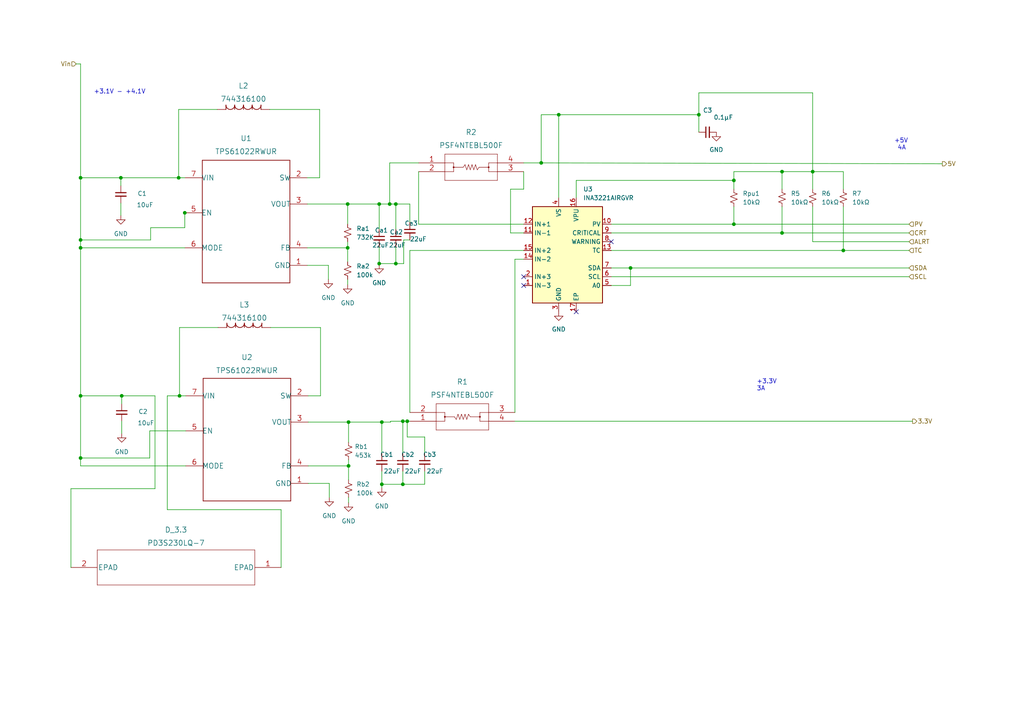
<source format=kicad_sch>
(kicad_sch (version 20211123) (generator eeschema)
  (paper "A4")
  (lib_symbols
    (symbol "2022-01-27_21-36-17:PSF4NTEBL500F" (pin_names (offset 0.254) hide)
      (property "Reference" "R" (at 15.24 7.62 0))
      (property "Value" "PSF4NTEBL500F" (at 15.24 5.08 0))
      (symbol "PSF4NTEBL500F_1_1"
        (polyline (pts (xy 7.62 -5.08) (xy 22.86 -5.08)) (stroke (width 0.127)))
        (polyline (pts (xy 7.62 0) (xy 10.16 0)) (stroke (width 0.127)))
        (polyline (pts (xy 7.62 2.54) (xy 7.62 -5.08)) (stroke (width 0.127)))
        (polyline (pts (xy 10.16 -2.54) (xy 7.62 -2.54)) (stroke (width 0.127)))
        (polyline (pts (xy 10.16 0) (xy 10.16 -2.54)) (stroke (width 0.127)))
        (polyline (pts (xy 12.954 -1.27) (xy 10.16 -1.27)) (stroke (width 0.127)))
        (polyline (pts (xy 12.954 -1.27) (xy 13.462 -0.508)) (stroke (width 0.127)))
        (polyline (pts (xy 13.462 -0.508) (xy 13.97 -2.032)) (stroke (width 0.127)))
        (polyline (pts (xy 13.97 -2.032) (xy 14.478 -0.508)) (stroke (width 0.127)))
        (polyline (pts (xy 14.478 -0.508) (xy 14.986 -2.032)) (stroke (width 0.127)))
        (polyline (pts (xy 14.986 -2.032) (xy 15.494 -0.508)) (stroke (width 0.127)))
        (polyline (pts (xy 15.494 -0.508) (xy 16.002 -2.032)) (stroke (width 0.127)))
        (polyline (pts (xy 16.002 -2.032) (xy 16.51 -0.508)) (stroke (width 0.127)))
        (polyline (pts (xy 16.51 -0.508) (xy 17.018 -2.032)) (stroke (width 0.127)))
        (polyline (pts (xy 17.018 -2.032) (xy 17.526 -1.27)) (stroke (width 0.127)))
        (polyline (pts (xy 20.32 -1.27) (xy 17.526 -1.27)) (stroke (width 0.127)))
        (polyline (pts (xy 20.32 0) (xy 20.32 -2.54)) (stroke (width 0.127)))
        (polyline (pts (xy 22.86 -5.08) (xy 22.86 2.54)) (stroke (width 0.127)))
        (polyline (pts (xy 22.86 -2.54) (xy 20.32 -2.54)) (stroke (width 0.127)))
        (polyline (pts (xy 22.86 0) (xy 20.32 0)) (stroke (width 0.127)))
        (polyline (pts (xy 22.86 2.54) (xy 7.62 2.54)) (stroke (width 0.127)))
        (arc (start 10.16 -1.397) (mid 10.16 -1.143) (end 10.16 -1.397) (stroke (width 0.254)))
        (circle (center 10.16 -1.27) (radius 0.127) (stroke (width 0.254)))
        (arc (start 20.32 -1.397) (mid 20.32 -1.143) (end 20.32 -1.397) (stroke (width 0.254)))
        (circle (center 20.32 -1.27) (radius 0.127) (stroke (width 0.254)))
        (pin unspecified line (at 0 0 0) (length 7.62) (name "1") (number "1"))
        (pin unspecified line (at 0 -2.54 0) (length 7.62) (name "2") (number "2"))
        (pin unspecified line (at 30.48 -2.54 180) (length 7.62) (name "3") (number "3"))
        (pin unspecified line (at 30.48 0 180) (length 7.62) (name "4") (number "4"))
      )
    )
    (symbol "2022-04-19_03-26-40:TPS61022RWUR" (pin_names (offset -0.254))
      (property "Reference" "U" (at 0 2.54 0))
      (property "Value" "TPS61022RWUR" (at 0 0 0))
      (symbol "TPS61022RWUR_1_1"
        (polyline (pts (xy -12.7 -17.78) (xy 12.7 -17.78)) (stroke (width 0.2032)))
        (polyline (pts (xy -12.7 17.78) (xy -12.7 -17.78)) (stroke (width 0.2032)))
        (polyline (pts (xy 12.7 -17.78) (xy 12.7 17.78)) (stroke (width 0.2032)))
        (polyline (pts (xy 12.7 17.78) (xy -12.7 17.78)) (stroke (width 0.2032)))
        (pin power_in line (at 17.78 -12.7 180) (length 5.08) (name "GND") (number "1"))
        (pin power_in line (at 17.78 12.7 180) (length 5.08) (name "SW") (number "2"))
        (pin power_in line (at 17.78 5.08 180) (length 5.08) (name "VOUT") (number "3"))
        (pin input line (at 17.78 -7.62 180) (length 5.08) (name "FB") (number "4"))
        (pin input line (at -17.78 2.54 0) (length 5.08) (name "EN") (number "5"))
        (pin input line (at -17.78 -7.62 0) (length 5.08) (name "MODE") (number "6"))
        (pin power_in line (at -17.78 12.7 0) (length 5.08) (name "VIN") (number "7"))
      )
    )
    (symbol "2022-04-19_03-36-56:744316100" (pin_numbers hide) (pin_names (offset 1.651) hide)
      (property "Reference" "L" (at 6.985 5.08 0))
      (property "Value" "744316100" (at 6.985 -5.715 0))
      (symbol "744316100_1_1"
        (polyline (pts (xy 2.54 0) (xy 2.54 1.27)) (stroke (width 0.2032)))
        (polyline (pts (xy 5.08 0) (xy 5.08 1.27)) (stroke (width 0.2032)))
        (polyline (pts (xy 7.62 0) (xy 7.62 1.27)) (stroke (width 0.2032)))
        (polyline (pts (xy 10.16 0) (xy 10.16 1.27)) (stroke (width 0.2032)))
        (polyline (pts (xy 12.7 0) (xy 12.7 1.27)) (stroke (width 0.2032)))
        (arc (start 2.54 1.27) (mid 3.81 0) (end 5.08 1.27) (stroke (width 0.2032)))
        (arc (start 5.08 1.27) (mid 6.35 0) (end 7.62 1.27) (stroke (width 0.2032)))
        (arc (start 7.62 1.27) (mid 8.89 0) (end 10.16 1.27) (stroke (width 0.2032)))
        (arc (start 10.16 1.27) (mid 11.43 0) (end 12.7 1.27) (stroke (width 0.2032)))
        (pin unspecified line (at 15.24 0 180) (length 2.54) (name "1") (number "1"))
        (pin unspecified line (at 0 0 0) (length 2.54) (name "2") (number "2"))
      )
    )
    (symbol "2022-04-23_02-59-39:PD3S230LQ-7" (pin_names (offset 0.254))
      (property "Reference" "U" (at 30.48 10.16 0))
      (property "Value" "PD3S230LQ-7" (at 30.48 7.62 0))
      (symbol "PD3S230LQ-7_1_1"
        (polyline (pts (xy 7.62 -5.08) (xy 53.34 -5.08)) (stroke (width 0.127)))
        (polyline (pts (xy 7.62 5.08) (xy 7.62 -5.08)) (stroke (width 0.127)))
        (polyline (pts (xy 53.34 -5.08) (xy 53.34 5.08)) (stroke (width 0.127)))
        (polyline (pts (xy 53.34 5.08) (xy 7.62 5.08)) (stroke (width 0.127)))
        (pin unspecified line (at 0 0 0) (length 7.62) (name "EPAD") (number "1"))
        (pin unspecified line (at 60.96 0 180) (length 7.62) (name "EPAD") (number "2"))
      )
    )
    (symbol "Device:C_Small" (pin_numbers hide) (pin_names (offset 0.254) hide)
      (property "Reference" "C" (at 0.254 1.778 0))
      (property "Value" "C_Small" (at 0.254 -2.032 0))
      (symbol "C_Small_0_1"
        (polyline (pts (xy -1.524 -0.508) (xy 1.524 -0.508)) (stroke (width 0.3302)))
        (polyline (pts (xy -1.524 0.508) (xy 1.524 0.508)) (stroke (width 0.3048)))
      )
      (symbol "C_Small_1_1"
        (pin passive line (at 0 2.54 270) (length 2.032) (name "~") (number "1"))
        (pin passive line (at 0 -2.54 90) (length 2.032) (name "~") (number "2"))
      )
    )
    (symbol "Device:R_Small_US" (pin_numbers hide) (pin_names (offset 0.254) hide)
      (property "Reference" "R" (at 0.762 0.508 0))
      (property "Value" "R_Small_US" (at 0.762 -1.016 0))
      (symbol "R_Small_US_1_1"
        (polyline (pts (xy 0 0) (xy 1.016 -0.381) (xy 0 -0.762) (xy -1.016 -1.143) (xy 0 -1.524)))
        (polyline (pts (xy 0 1.524) (xy 1.016 1.143) (xy 0 0.762) (xy -1.016 0.381) (xy 0 0)))
        (pin passive line (at 0 2.54 270) (length 1.016) (name "~") (number "1"))
        (pin passive line (at 0 -2.54 90) (length 1.016) (name "~") (number "2"))
      )
    )
    (symbol "Power_Management:INA3221"
      (property "Reference" "U" (at -10.16 17.78 0))
      (property "Value" "INA3221" (at 5.08 17.78 0))
      (symbol "INA3221_0_1"
        (rectangle (start 10.16 -12.7) (end -10.16 15.24) (stroke (width 0.254)) (fill (type background)))
      )
      (symbol "INA3221_1_1"
        (pin input line (at -12.7 -7.62 0) (length 2.54) (name "IN-3") (number "1"))
        (pin open_collector line (at 12.7 10.16 180) (length 2.54) (name "PV") (number "10"))
        (pin input line (at -12.7 7.62 0) (length 2.54) (name "IN-1") (number "11"))
        (pin input line (at -12.7 10.16 0) (length 2.54) (name "IN+1") (number "12"))
        (pin open_collector line (at 12.7 2.54 180) (length 2.54) (name "TC") (number "13"))
        (pin input line (at -12.7 0 0) (length 2.54) (name "IN-2") (number "14"))
        (pin input line (at -12.7 2.54 0) (length 2.54) (name "IN+2") (number "15"))
        (pin power_in line (at 2.54 17.78 270) (length 2.54) (name "VPU") (number "16"))
        (pin passive line (at 2.54 -15.24 90) (length 2.54) (name "EP") (number "17"))
        (pin input line (at -12.7 -5.08 0) (length 2.54) (name "IN+3") (number "2"))
        (pin power_in line (at -2.54 -15.24 90) (length 2.54) (name "GND") (number "3"))
        (pin power_in line (at -2.54 17.78 270) (length 2.54) (name "VS") (number "4"))
        (pin input line (at 12.7 -7.62 180) (length 2.54) (name "A0") (number "5"))
        (pin input line (at 12.7 -5.08 180) (length 2.54) (name "SCL") (number "6"))
        (pin bidirectional line (at 12.7 -2.54 180) (length 2.54) (name "SDA") (number "7"))
        (pin open_collector line (at 12.7 5.08 180) (length 2.54) (name "WARNING") (number "8"))
        (pin open_collector line (at 12.7 7.62 180) (length 2.54) (name "CRITICAL") (number "9"))
      )
    )
    (symbol "power:GND" (power) (pin_names (offset 0))
      (property "Value" "GND" (at 0 -3.81 0))
      (symbol "GND_0_1"
        (polyline (pts (xy 0 0) (xy 0 -1.27) (xy 1.27 -1.27) (xy 0 -2.54) (xy -1.27 -1.27) (xy 0 -1.27)))
      )
      (symbol "GND_1_1"
        (pin power_in line (at 0 0 270) (length 0) hide (name "GND") (number "1"))
      )
    )
  )
  (junction (at 23.368 69.596))
  (junction (at 116.84 122.174))
  (junction (at 100.838 71.882))
  (junction (at 101.092 122.428))
  (junction (at 110.744 140.462))
  (junction (at 35.052 51.562))
  (junction (at 23.368 51.562))
  (junction (at 51.816 51.562))
  (junction (at 23.368 132.842))
  (junction (at 114.808 59.182))
  (junction (at 52.07 114.808))
  (junction (at 100.838 59.182))
  (junction (at 23.368 71.882))
  (junction (at 162.052 33.274))
  (junction (at 109.982 76.454))
  (junction (at 118.11 122.174))
  (junction (at 202.692 33.274))
  (junction (at 156.972 47.244))
  (junction (at 226.822 67.564))
  (junction (at 113.03 59.182))
  (junction (at 109.982 59.182))
  (junction (at 182.88 77.724))
  (junction (at 53.594 61.722))
  (junction (at 110.744 122.428))
  (junction (at 35.306 114.808))
  (junction (at 114.808 76.454))
  (junction (at 212.852 65.024))
  (junction (at 116.84 140.462))
  (junction (at 23.368 114.808))
  (junction (at 244.602 72.644))
  (junction (at 212.852 52.324))
  (junction (at 101.092 135.128))
  (junction (at 226.822 49.784))
  (junction (at 235.712 49.784))
  (no_connect (at 151.892 82.804))
  (no_connect (at 151.892 80.264))
  (no_connect (at 177.292 70.104))
  (no_connect (at 167.132 90.424))
  (wire (pts (xy 89.408 114.808) (xy 92.964 114.808)))
  (wire (pts (xy 113.284 122.174) (xy 116.84 122.174)))
  (wire (pts (xy 53.594 61.468) (xy 53.594 61.722)))
  (wire (pts (xy 110.744 122.428) (xy 113.284 122.428)))
  (wire (pts (xy 117.094 69.596) (xy 117.094 76.454)))
  (wire (pts (xy 123.19 140.462) (xy 116.84 140.462)))
  (wire (pts (xy 23.368 69.596) (xy 23.368 71.882)))
  (wire (pts (xy 101.092 145.796) (xy 101.092 144.272)))
  (wire (pts (xy 23.368 132.842) (xy 23.368 114.808)))
  (wire (pts (xy 23.368 51.562) (xy 23.368 69.596)))
  (wire (pts (xy 212.852 52.324) (xy 212.852 54.864)))
  (wire (pts (xy 202.692 26.924) (xy 202.692 33.274)))
  (wire (pts (xy 101.092 139.192) (xy 101.092 135.128)))
  (wire (pts (xy 44.958 114.808) (xy 35.306 114.808)))
  (wire (pts (xy 212.852 49.784) (xy 226.822 49.784)))
  (wire (pts (xy 53.594 51.562) (xy 51.816 51.562)))
  (wire (pts (xy 100.838 82.55) (xy 100.838 81.026)))
  (wire (pts (xy 95.504 144.272) (xy 95.504 140.208)))
  (wire (pts (xy 177.292 77.724) (xy 182.88 77.724)))
  (wire (pts (xy 116.84 140.462) (xy 110.744 140.462)))
  (wire (pts (xy 63.246 94.996) (xy 52.07 94.996)))
  (wire (pts (xy 121.412 65.024) (xy 151.892 65.024)))
  (wire (pts (xy 89.154 59.182) (xy 100.838 59.182)))
  (wire (pts (xy 43.434 124.968) (xy 43.434 132.842)))
  (wire (pts (xy 53.594 61.722) (xy 53.594 66.04)))
  (wire (pts (xy 92.964 94.996) (xy 78.486 94.996)))
  (wire (pts (xy 113.284 122.428) (xy 113.284 122.174)))
  (wire (pts (xy 43.434 132.842) (xy 23.368 132.842)))
  (wire (pts (xy 110.744 122.428) (xy 110.744 131.572)))
  (wire (pts (xy 156.972 47.244) (xy 273.304 47.498)))
  (wire (pts (xy 244.602 49.784) (xy 244.602 54.864)))
  (wire (pts (xy 110.744 136.652) (xy 110.744 140.462)))
  (wire (pts (xy 114.808 76.454) (xy 109.982 76.454)))
  (wire (pts (xy 167.132 57.404) (xy 167.132 52.324)))
  (wire (pts (xy 20.574 164.592) (xy 20.574 141.732)))
  (wire (pts (xy 182.88 77.724) (xy 263.652 77.724)))
  (wire (pts (xy 118.872 59.182) (xy 114.808 59.182)))
  (wire (pts (xy 212.852 49.784) (xy 212.852 52.324)))
  (wire (pts (xy 113.03 59.182) (xy 113.03 47.244)))
  (wire (pts (xy 123.19 126.746) (xy 118.11 126.746)))
  (wire (pts (xy 35.052 51.562) (xy 23.368 51.562)))
  (wire (pts (xy 35.306 117.094) (xy 35.306 114.808)))
  (wire (pts (xy 156.972 33.274) (xy 156.972 47.244)))
  (wire (pts (xy 109.982 59.182) (xy 113.03 59.182)))
  (wire (pts (xy 95.25 81.026) (xy 95.25 76.962)))
  (wire (pts (xy 53.848 135.128) (xy 23.368 135.128)))
  (wire (pts (xy 109.982 71.628) (xy 109.982 76.454)))
  (wire (pts (xy 148.082 67.564) (xy 151.892 67.564)))
  (wire (pts (xy 95.25 76.962) (xy 89.154 76.962)))
  (wire (pts (xy 235.712 49.784) (xy 235.712 54.864)))
  (wire (pts (xy 235.712 70.104) (xy 263.652 70.104)))
  (wire (pts (xy 212.852 65.024) (xy 263.652 65.024)))
  (wire (pts (xy 20.574 141.732) (xy 44.958 141.732)))
  (wire (pts (xy 212.852 59.944) (xy 212.852 65.024)))
  (wire (pts (xy 118.872 69.596) (xy 117.094 69.596)))
  (wire (pts (xy 235.712 49.784) (xy 235.712 26.924)))
  (wire (pts (xy 118.872 64.516) (xy 118.872 59.182)))
  (wire (pts (xy 116.84 136.652) (xy 116.84 140.462)))
  (wire (pts (xy 235.712 49.784) (xy 244.602 49.784)))
  (wire (pts (xy 23.368 71.882) (xy 23.368 114.808)))
  (wire (pts (xy 226.822 54.864) (xy 226.822 49.784)))
  (wire (pts (xy 202.692 33.274) (xy 202.692 38.354)))
  (wire (pts (xy 101.092 135.128) (xy 101.092 133.35)))
  (wire (pts (xy 117.094 76.454) (xy 114.808 76.454)))
  (wire (pts (xy 109.982 76.454) (xy 109.982 76.708)))
  (wire (pts (xy 35.052 53.848) (xy 35.052 51.562)))
  (wire (pts (xy 151.892 47.244) (xy 156.972 47.244)))
  (wire (pts (xy 100.838 65.024) (xy 100.838 59.182)))
  (wire (pts (xy 51.816 51.562) (xy 35.052 51.562)))
  (wire (pts (xy 244.602 72.644) (xy 263.652 72.644)))
  (wire (pts (xy 116.84 122.174) (xy 118.11 122.174)))
  (wire (pts (xy 22.098 18.542) (xy 23.368 18.542)))
  (wire (pts (xy 62.992 31.75) (xy 51.816 31.75)))
  (wire (pts (xy 95.504 140.208) (xy 89.408 140.208)))
  (wire (pts (xy 118.872 72.644) (xy 151.892 72.644)))
  (wire (pts (xy 121.412 49.784) (xy 121.412 65.024)))
  (wire (pts (xy 44.958 141.732) (xy 44.958 114.808)))
  (wire (pts (xy 51.816 31.75) (xy 51.816 51.562)))
  (wire (pts (xy 116.84 122.174) (xy 116.84 131.572)))
  (wire (pts (xy 226.822 67.564) (xy 263.652 67.564)))
  (wire (pts (xy 101.092 122.428) (xy 110.744 122.428)))
  (wire (pts (xy 43.688 69.596) (xy 23.368 69.596)))
  (wire (pts (xy 123.19 131.572) (xy 123.19 126.746)))
  (wire (pts (xy 100.838 71.882) (xy 100.838 70.104)))
  (wire (pts (xy 89.154 71.882) (xy 100.838 71.882)))
  (wire (pts (xy 35.052 62.484) (xy 35.052 58.928)))
  (wire (pts (xy 92.964 114.808) (xy 92.964 94.996)))
  (wire (pts (xy 100.838 59.182) (xy 109.982 59.182)))
  (wire (pts (xy 162.052 33.274) (xy 202.692 33.274)))
  (wire (pts (xy 123.19 136.652) (xy 123.19 140.462)))
  (wire (pts (xy 118.872 119.634) (xy 118.872 72.644)))
  (wire (pts (xy 149.352 75.184) (xy 151.892 75.184)))
  (wire (pts (xy 114.808 66.548) (xy 114.808 59.182)))
  (wire (pts (xy 81.534 164.592) (xy 81.534 147.828)))
  (wire (pts (xy 89.154 51.562) (xy 92.71 51.562)))
  (wire (pts (xy 177.292 80.264) (xy 263.652 80.264)))
  (wire (pts (xy 23.368 135.128) (xy 23.368 132.842)))
  (wire (pts (xy 235.712 59.944) (xy 235.712 70.104)))
  (wire (pts (xy 23.368 114.808) (xy 35.306 114.808)))
  (wire (pts (xy 244.602 59.944) (xy 244.602 72.644)))
  (wire (pts (xy 43.688 66.04) (xy 43.688 69.596)))
  (wire (pts (xy 101.092 128.27) (xy 101.092 122.428)))
  (wire (pts (xy 53.848 114.808) (xy 52.07 114.808)))
  (wire (pts (xy 226.822 49.784) (xy 235.712 49.784)))
  (wire (pts (xy 109.982 59.182) (xy 109.982 66.548)))
  (wire (pts (xy 177.292 82.804) (xy 182.88 82.804)))
  (wire (pts (xy 113.03 47.244) (xy 121.412 47.244)))
  (wire (pts (xy 48.514 147.828) (xy 48.514 114.808)))
  (wire (pts (xy 81.534 147.828) (xy 48.514 147.828)))
  (wire (pts (xy 23.368 18.542) (xy 23.368 51.562)))
  (wire (pts (xy 167.132 52.324) (xy 212.852 52.324)))
  (wire (pts (xy 110.744 140.462) (xy 110.744 141.478)))
  (wire (pts (xy 114.808 71.628) (xy 114.808 76.454)))
  (wire (pts (xy 48.514 114.808) (xy 52.07 114.808)))
  (wire (pts (xy 92.71 31.75) (xy 78.232 31.75)))
  (wire (pts (xy 100.838 75.946) (xy 100.838 71.882)))
  (wire (pts (xy 53.848 124.968) (xy 43.434 124.968)))
  (wire (pts (xy 149.352 122.174) (xy 264.668 122.174)))
  (wire (pts (xy 89.408 122.428) (xy 101.092 122.428)))
  (wire (pts (xy 226.822 59.944) (xy 226.822 67.564)))
  (wire (pts (xy 212.852 65.024) (xy 177.292 65.024)))
  (wire (pts (xy 53.594 66.04) (xy 43.688 66.04)))
  (wire (pts (xy 226.822 67.564) (xy 177.292 67.564)))
  (wire (pts (xy 114.808 59.182) (xy 113.03 59.182)))
  (wire (pts (xy 148.082 54.864) (xy 148.082 67.564)))
  (wire (pts (xy 52.07 94.996) (xy 52.07 114.808)))
  (wire (pts (xy 182.88 77.724) (xy 182.88 82.804)))
  (wire (pts (xy 149.352 119.634) (xy 149.352 75.184)))
  (wire (pts (xy 118.11 126.746) (xy 118.11 122.174)))
  (wire (pts (xy 244.602 72.644) (xy 177.292 72.644)))
  (wire (pts (xy 151.892 54.864) (xy 148.082 54.864)))
  (wire (pts (xy 118.11 122.174) (xy 118.872 122.174)))
  (wire (pts (xy 35.306 125.73) (xy 35.306 122.174)))
  (wire (pts (xy 156.972 33.274) (xy 162.052 33.274)))
  (wire (pts (xy 235.712 26.924) (xy 202.692 26.924)))
  (wire (pts (xy 162.052 33.274) (xy 162.052 57.404)))
  (wire (pts (xy 92.71 51.562) (xy 92.71 31.75)))
  (wire (pts (xy 23.368 71.882) (xy 53.594 71.882)))
  (wire (pts (xy 89.408 135.128) (xy 101.092 135.128)))
  (wire (pts (xy 151.892 49.784) (xy 151.892 54.864)))
  (text "+3.1V - +4.1V" (at 27.178 27.432 0) (effects (font (size 1.27 1.27)) (justify left bottom)))
  (text "+3.3V\n3A" (at 219.456 113.538 0) (effects (font (size 1.27 1.27)) (justify left bottom)))
  (text "+5V\n 4A" (at 259.334 43.688 0) (effects (font (size 1.27 1.27)) (justify left bottom)))
  (hierarchical_label "3.3V" (shape output) (at 264.668 122.174 0))
  (hierarchical_label "PV" (shape input) (at 263.652 65.024 0))
  (hierarchical_label "Vin" (shape input) (at 22.098 18.542 180))
  (hierarchical_label "CRT" (shape input) (at 263.652 67.564 0))
  (hierarchical_label "5V" (shape output) (at 273.304 47.498 0))
  (hierarchical_label "TC" (shape input) (at 263.652 72.644 0))
  (hierarchical_label "ALRT" (shape input) (at 263.652 70.104 0))
  (hierarchical_label "SDA" (shape input) (at 263.652 77.724 0))
  (hierarchical_label "SCL" (shape input) (at 263.652 80.264 0))
  (symbol (lib_id "2022-04-19_03-26-40:TPS61022RWUR") (at 71.374 64.262 0) (unit 1)
    (property "Reference" "U1" (at 71.374 40.132 0) (effects (font (size 1.524 1.524))))
    (property "Value" "TPS61022RWUR" (at 71.374 43.942 0) (effects (font (size 1.524 1.524))))
    (property "Footprint" "footprints:TPS61022RWUR" (effects hide))
  )
  (symbol (lib_id "Device:C_Small") (at 35.306 119.634 0) (unit 1)
    (property "Reference" "C2" (at 40.132 119.38 0) (effects (justify left)))
    (property "Value" "10uF" (at 39.878 122.682 0) (effects (justify left)))
    (property "Footprint" "Capacitor_SMD:C_0603_1608Metric" (effects hide))
  )
  (symbol (lib_id "2022-01-27_21-36-17:PSF4NTEBL500F") (at 118.872 122.174 0) (mirror x) (unit 1)
    (property "Reference" "R1" (at 134.112 110.744 0) (effects (font (size 1.524 1.524))))
    (property "Value" "PSF4NTEBL500F" (at 134.112 114.554 0) (effects (font (size 1.524 1.524))))
    (property "Footprint" "psf4nt:PSF4NTEBL500F" (effects hide))
  )
  (symbol (lib_id "Device:C_Small") (at 114.808 69.088 0) (unit 1)
    (property "Reference" "Ca2" (at 113.03 67.31 0) (effects (justify left)))
    (property "Value" "22uF" (at 112.776 71.12 0) (effects (justify left)))
    (property "Footprint" "Capacitor_SMD:C_0805_2012Metric" (effects hide))
  )
  (symbol (lib_id "power:GND") (at 95.504 144.272 0) (unit 1)
    (property "Reference" "#PWR0104" (effects hide))
    (property "Value" "GND" (at 95.504 149.606 0))
  )
  (symbol (lib_id "Device:R_Small_US") (at 100.838 67.564 0) (unit 1)
    (property "Reference" "Ra1" (at 103.378 66.2939 0) (effects (justify left)))
    (property "Value" "732K" (at 103.378 68.8339 0) (effects (justify left)))
    (property "Footprint" "Resistor_SMD:R_0603_1608Metric" (effects hide))
  )
  (symbol (lib_id "Device:R_Small_US") (at 235.712 57.404 0) (unit 1)
    (property "Reference" "R6" (at 238.252 56.1339 0) (effects (justify left)))
    (property "Value" "10kΩ" (at 238.252 58.6739 0) (effects (justify left)))
    (property "Footprint" "Resistor_SMD:R_0603_1608Metric" (effects hide))
  )
  (symbol (lib_id "Device:C_Small") (at 110.744 134.112 0) (unit 1)
    (property "Reference" "Cb1" (at 110.236 131.826 0) (effects (justify left)))
    (property "Value" "22uF" (at 111.252 136.652 0) (effects (justify left)))
    (property "Footprint" "Capacitor_SMD:C_0805_2012Metric" (effects hide))
  )
  (symbol (lib_id "power:GND") (at 101.092 145.796 0) (unit 1)
    (property "Reference" "#PWR0105" (effects hide))
    (property "Value" "GND" (at 101.092 151.13 0))
  )
  (symbol (lib_id "power:GND") (at 35.052 62.484 0) (unit 1)
    (property "Reference" "#PWR0107" (effects hide))
    (property "Value" "GND" (at 35.052 67.818 0))
  )
  (symbol (lib_id "2022-04-19_03-36-56:744316100") (at 63.246 94.996 0) (unit 1)
    (property "Reference" "L3" (at 70.866 88.392 0) (effects (font (size 1.524 1.524))))
    (property "Value" "744316100" (at 70.866 92.202 0) (effects (font (size 1.524 1.524))))
    (property "Footprint" "footprints1:744316100" (effects hide))
  )
  (symbol (lib_id "2022-04-23_02-59-39:PD3S230LQ-7") (at 81.534 164.592 180) (unit 1)
    (property "Reference" "D_3.3" (at 51.054 153.67 0) (effects (font (size 1.524 1.524))))
    (property "Value" "PD3S230LQ-7" (at 51.054 157.48 0) (effects (font (size 1.524 1.524))))
    (property "Footprint" "footprints3:PD3S230LQ-7" (effects hide))
  )
  (symbol (lib_id "Device:R_Small_US") (at 101.092 130.81 0) (unit 1)
    (property "Reference" "Rb1" (at 102.87 129.5399 0) (effects (justify left)))
    (property "Value" "453k" (at 102.87 132.0799 0) (effects (justify left)))
    (property "Footprint" "Resistor_SMD:R_0603_1608Metric" (effects hide))
  )
  (symbol (lib_id "power:GND") (at 162.052 90.424 0) (unit 1)
    (property "Reference" "#PWR0110" (effects hide))
    (property "Value" "GND" (at 162.052 95.504 0))
  )
  (symbol (lib_id "Device:C_Small") (at 116.84 134.112 0) (unit 1)
    (property "Reference" "Cb2" (at 116.332 131.826 0) (effects (justify left)))
    (property "Value" "22uF" (at 117.348 136.652 0) (effects (justify left)))
    (property "Footprint" "Capacitor_SMD:C_0805_2012Metric" (effects hide))
  )
  (symbol (lib_id "Device:C_Small") (at 118.872 67.056 0) (unit 1)
    (property "Reference" "Ca3" (at 117.348 64.77 0) (effects (justify left)))
    (property "Value" "22uF" (at 118.872 69.342 0) (effects (justify left)))
    (property "Footprint" "Capacitor_SMD:C_0805_2012Metric" (effects hide))
  )
  (symbol (lib_id "Device:C_Small") (at 109.982 69.088 0) (unit 1)
    (property "Reference" "Ca1" (at 108.712 66.802 0) (effects (justify left)))
    (property "Value" "22uF" (at 107.95 71.12 0) (effects (justify left)))
    (property "Footprint" "Capacitor_SMD:C_0805_2012Metric" (effects hide))
  )
  (symbol (lib_id "power:GND") (at 95.25 81.026 0) (unit 1)
    (property "Reference" "#PWR0103" (effects hide))
    (property "Value" "GND" (at 95.25 86.36 0))
  )
  (symbol (lib_id "power:GND") (at 207.772 38.354 0) (unit 1)
    (property "Reference" "#PWR0108" (effects hide))
    (property "Value" "GND" (at 207.772 43.434 0))
  )
  (symbol (lib_id "2022-01-27_21-36-17:PSF4NTEBL500F") (at 121.412 47.244 0) (unit 1)
    (property "Reference" "R2" (at 136.652 38.354 0) (effects (font (size 1.524 1.524))))
    (property "Value" "PSF4NTEBL500F" (at 136.652 42.164 0) (effects (font (size 1.524 1.524))))
    (property "Footprint" "psf4nt:PSF4NTEBL500F" (effects hide))
  )
  (symbol (lib_id "Device:C_Small") (at 205.232 38.354 90) (unit 1)
    (property "Reference" "C3" (at 205.2383 32.004 90))
    (property "Value" "0.1μF" (at 209.804 34.036 90))
    (property "Footprint" "Capacitor_SMD:C_0402_1005Metric" (effects hide))
  )
  (symbol (lib_id "power:GND") (at 109.982 76.708 0) (unit 1)
    (property "Reference" "#PWR0101" (effects hide))
    (property "Value" "GND" (at 109.982 82.042 0))
  )
  (symbol (lib_id "Device:R_Small_US") (at 212.852 57.404 0) (unit 1)
    (property "Reference" "Rpu1" (at 215.392 56.1339 0) (effects (justify left)))
    (property "Value" "10kΩ" (at 215.392 58.6739 0) (effects (justify left)))
    (property "Footprint" "Resistor_SMD:R_0603_1608Metric" (effects hide))
  )
  (symbol (lib_id "power:GND") (at 35.306 125.73 0) (unit 1)
    (property "Reference" "#PWR0109" (effects hide))
    (property "Value" "GND" (at 35.306 131.064 0))
  )
  (symbol (lib_id "Device:R_Small_US") (at 226.822 57.404 0) (unit 1)
    (property "Reference" "R5" (at 229.362 56.1339 0) (effects (justify left)))
    (property "Value" "10kΩ" (at 229.362 58.6739 0) (effects (justify left)))
    (property "Footprint" "Resistor_SMD:R_0603_1608Metric" (effects hide))
  )
  (symbol (lib_id "Device:R_Small_US") (at 244.602 57.404 0) (unit 1)
    (property "Reference" "R7" (at 247.142 56.1339 0) (effects (justify left)))
    (property "Value" "10kΩ" (at 247.142 58.6739 0) (effects (justify left)))
    (property "Footprint" "Resistor_SMD:R_0603_1608Metric" (effects hide))
  )
  (symbol (lib_id "2022-04-19_03-26-40:TPS61022RWUR") (at 71.628 127.508 0) (unit 1)
    (property "Reference" "U2" (at 71.628 103.632 0) (effects (font (size 1.524 1.524))))
    (property "Value" "TPS61022RWUR" (at 71.628 107.442 0) (effects (font (size 1.524 1.524))))
    (property "Footprint" "footprints:TPS61022RWUR" (effects hide))
  )
  (symbol (lib_id "2022-04-19_03-36-56:744316100") (at 62.992 31.75 0) (unit 1)
    (property "Reference" "L2" (at 70.612 24.892 0) (effects (font (size 1.524 1.524))))
    (property "Value" "744316100" (at 70.612 28.702 0) (effects (font (size 1.524 1.524))))
    (property "Footprint" "footprints1:744316100" (effects hide))
  )
  (symbol (lib_id "Device:C_Small") (at 35.052 56.388 0) (unit 1)
    (property "Reference" "C1" (at 39.878 56.134 0) (effects (justify left)))
    (property "Value" "10uF" (at 39.624 59.436 0) (effects (justify left)))
    (property "Footprint" "Capacitor_SMD:C_0603_1608Metric" (effects hide))
  )
  (symbol (lib_id "Device:R_Small_US") (at 100.838 78.486 0) (unit 1)
    (property "Reference" "Ra2" (at 103.378 77.2159 0) (effects (justify left)))
    (property "Value" "100k" (at 103.378 79.7559 0) (effects (justify left)))
    (property "Footprint" "Resistor_SMD:R_0603_1608Metric" (effects hide))
  )
  (symbol (lib_id "power:GND") (at 110.744 141.478 0) (unit 1)
    (property "Reference" "#PWR0106" (effects hide))
    (property "Value" "GND" (at 110.744 146.812 0))
  )
  (symbol (lib_id "Power_Management:INA3221") (at 164.592 75.184 0) (unit 1)
    (property "Reference" "U3" (at 169.1514 54.864 0) (effects (justify left)))
    (property "Value" "INA3221AIRGVR" (at 169.1514 57.404 0) (effects (justify left)))
    (property "Footprint" "Package_DFN_QFN:Texas_RGV_S-PVQFN-N16_EP2.1x2.1mm" (effects hide))
    (property "Datasheet" "http://www.ti.com/lit/ds/symlink/ina3221.pdf" (effects hide))
  )
  (symbol (lib_id "power:GND") (at 100.838 82.55 0) (unit 1)
    (property "Reference" "#PWR0102" (effects hide))
    (property "Value" "GND" (at 100.838 87.884 0))
  )
  (symbol (lib_id "Device:R_Small_US") (at 101.092 141.732 0) (unit 1)
    (property "Reference" "Rb2" (at 103.378 140.4619 0) (effects (justify left)))
    (property "Value" "100k" (at 103.378 143.0019 0) (effects (justify left)))
    (property "Footprint" "Resistor_SMD:R_0603_1608Metric" (effects hide))
  )
  (symbol (lib_id "Device:C_Small") (at 123.19 134.112 0) (unit 1)
    (property "Reference" "Cb3" (at 122.682 131.826 0) (effects (justify left)))
    (property "Value" "22uF" (at 123.698 136.652 0) (effects (justify left)))
    (property "Footprint" "Capacitor_SMD:C_0805_2012Metric" (effects hide))
  )
)
</source>
